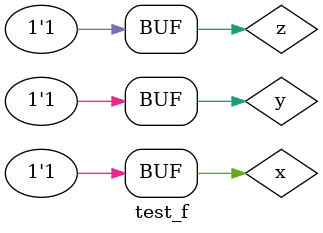
<source format=v>

module f ( output s, input a, input b, input c );
 wire w1, w2, w3, w4;
 not NOT_1 (w1, b);
 not NOT_2 (w2, c);
 and AND_1 (w3, a, w2);
 and AND_2 (w4, a, w1, c);
 or OR__1 (s, w3 ,w4);
 endmodule // s = f (a,b,c)

 module test_f;
// ------------------------- definir dados
 reg x;
 reg y;
 reg z;
 wire r;
 f modulo ( r, x, y, z );
 

// ------------------------- parte principal
 initial
 begin : main
 $display("R0102 - Arthur Goncalves de Moraes - 816479");
 $display("Test module");
 $display(" x y z r");
 // projetar testes do modulo
 $monitor("%4b %4b %4b = %4b", x, y, z, r);
    x = 1'b0; y = 1'b0; z = 1'b0;
 #1 x = 1'b0; y = 1'b0; z = 1'b1;
 #1 x = 1'b0; y = 1'b1; z = 1'b0;
 #1 x = 1'b0; y = 1'b1; z = 1'b1;
 #1 x = 1'b1; y = 1'b0; z = 1'b0;
 #1 x = 1'b1; y = 1'b0; z = 1'b1;
 #1 x = 1'b1; y = 1'b1; z = 1'b0;
 #1 x = 1'b1; y = 1'b1; z = 1'b1;
 end
endmodule // test_f5


</source>
